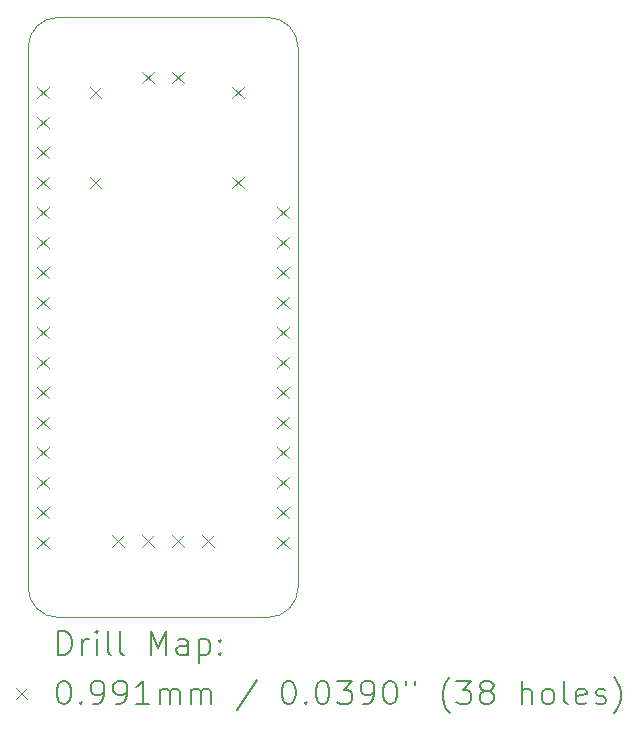
<source format=gbr>
%TF.GenerationSoftware,KiCad,Pcbnew,7.0.9*%
%TF.CreationDate,2023-12-25T10:03:38-05:00*%
%TF.ProjectId,pcb_ac_interface,7063625f-6163-45f6-996e-746572666163,rev?*%
%TF.SameCoordinates,Original*%
%TF.FileFunction,Drillmap*%
%TF.FilePolarity,Positive*%
%FSLAX45Y45*%
G04 Gerber Fmt 4.5, Leading zero omitted, Abs format (unit mm)*
G04 Created by KiCad (PCBNEW 7.0.9) date 2023-12-25 10:03:38*
%MOMM*%
%LPD*%
G01*
G04 APERTURE LIST*
%ADD10C,0.100000*%
%ADD11C,0.200000*%
G04 APERTURE END LIST*
D10*
X14859000Y-11430000D02*
X13081000Y-11430000D01*
X15113000Y-6604000D02*
X15113000Y-11176000D01*
X13081000Y-6350000D02*
X14859000Y-6350000D01*
X12827000Y-11176000D02*
X12827000Y-6604000D01*
X13081000Y-6350000D02*
G75*
G03*
X12827000Y-6604000I0J-254000D01*
G01*
X12827000Y-11176000D02*
G75*
G03*
X13081000Y-11430000I254000J0D01*
G01*
X14859000Y-11430000D02*
G75*
G03*
X15113000Y-11176000I0J254000D01*
G01*
X15113000Y-6604000D02*
G75*
G03*
X14859000Y-6350000I-254000J0D01*
G01*
D11*
D10*
X12904470Y-6935470D02*
X13003530Y-7034530D01*
X13003530Y-6935470D02*
X12904470Y-7034530D01*
X12904470Y-7189470D02*
X13003530Y-7288530D01*
X13003530Y-7189470D02*
X12904470Y-7288530D01*
X12904470Y-7443470D02*
X13003530Y-7542530D01*
X13003530Y-7443470D02*
X12904470Y-7542530D01*
X12904470Y-7697470D02*
X13003530Y-7796530D01*
X13003530Y-7697470D02*
X12904470Y-7796530D01*
X12904470Y-7951470D02*
X13003530Y-8050530D01*
X13003530Y-7951470D02*
X12904470Y-8050530D01*
X12904470Y-8205470D02*
X13003530Y-8304530D01*
X13003530Y-8205470D02*
X12904470Y-8304530D01*
X12904470Y-8459470D02*
X13003530Y-8558530D01*
X13003530Y-8459470D02*
X12904470Y-8558530D01*
X12904470Y-8713470D02*
X13003530Y-8812530D01*
X13003530Y-8713470D02*
X12904470Y-8812530D01*
X12904470Y-8967470D02*
X13003530Y-9066530D01*
X13003530Y-8967470D02*
X12904470Y-9066530D01*
X12904470Y-9221470D02*
X13003530Y-9320530D01*
X13003530Y-9221470D02*
X12904470Y-9320530D01*
X12904470Y-9475470D02*
X13003530Y-9574530D01*
X13003530Y-9475470D02*
X12904470Y-9574530D01*
X12904470Y-9729470D02*
X13003530Y-9828530D01*
X13003530Y-9729470D02*
X12904470Y-9828530D01*
X12904470Y-9983470D02*
X13003530Y-10082530D01*
X13003530Y-9983470D02*
X12904470Y-10082530D01*
X12904470Y-10237470D02*
X13003530Y-10336530D01*
X13003530Y-10237470D02*
X12904470Y-10336530D01*
X12904470Y-10491470D02*
X13003530Y-10590530D01*
X13003530Y-10491470D02*
X12904470Y-10590530D01*
X12904470Y-10745470D02*
X13003530Y-10844530D01*
X13003530Y-10745470D02*
X12904470Y-10844530D01*
X13348970Y-6935470D02*
X13448030Y-7034530D01*
X13448030Y-6935470D02*
X13348970Y-7034530D01*
X13348970Y-7697470D02*
X13448030Y-7796530D01*
X13448030Y-7697470D02*
X13348970Y-7796530D01*
X13539470Y-10732470D02*
X13638530Y-10831530D01*
X13638530Y-10732470D02*
X13539470Y-10831530D01*
X13792970Y-6808470D02*
X13892030Y-6907530D01*
X13892030Y-6808470D02*
X13792970Y-6907530D01*
X13793470Y-10732470D02*
X13892530Y-10831530D01*
X13892530Y-10732470D02*
X13793470Y-10831530D01*
X14046970Y-6808470D02*
X14146030Y-6907530D01*
X14146030Y-6808470D02*
X14046970Y-6907530D01*
X14047470Y-10732470D02*
X14146530Y-10831530D01*
X14146530Y-10732470D02*
X14047470Y-10831530D01*
X14301470Y-10732470D02*
X14400530Y-10831530D01*
X14400530Y-10732470D02*
X14301470Y-10831530D01*
X14555470Y-6935470D02*
X14654530Y-7034530D01*
X14654530Y-6935470D02*
X14555470Y-7034530D01*
X14555470Y-7697470D02*
X14654530Y-7796530D01*
X14654530Y-7697470D02*
X14555470Y-7796530D01*
X14936470Y-7951470D02*
X15035530Y-8050530D01*
X15035530Y-7951470D02*
X14936470Y-8050530D01*
X14936470Y-8205470D02*
X15035530Y-8304530D01*
X15035530Y-8205470D02*
X14936470Y-8304530D01*
X14936470Y-8459470D02*
X15035530Y-8558530D01*
X15035530Y-8459470D02*
X14936470Y-8558530D01*
X14936470Y-8713470D02*
X15035530Y-8812530D01*
X15035530Y-8713470D02*
X14936470Y-8812530D01*
X14936470Y-8967470D02*
X15035530Y-9066530D01*
X15035530Y-8967470D02*
X14936470Y-9066530D01*
X14936470Y-9221470D02*
X15035530Y-9320530D01*
X15035530Y-9221470D02*
X14936470Y-9320530D01*
X14936470Y-9475470D02*
X15035530Y-9574530D01*
X15035530Y-9475470D02*
X14936470Y-9574530D01*
X14936470Y-9729470D02*
X15035530Y-9828530D01*
X15035530Y-9729470D02*
X14936470Y-9828530D01*
X14936470Y-9983470D02*
X15035530Y-10082530D01*
X15035530Y-9983470D02*
X14936470Y-10082530D01*
X14936470Y-10237470D02*
X15035530Y-10336530D01*
X15035530Y-10237470D02*
X14936470Y-10336530D01*
X14936470Y-10491470D02*
X15035530Y-10590530D01*
X15035530Y-10491470D02*
X14936470Y-10590530D01*
X14936470Y-10745470D02*
X15035530Y-10844530D01*
X15035530Y-10745470D02*
X14936470Y-10844530D01*
D11*
X13082777Y-11746484D02*
X13082777Y-11546484D01*
X13082777Y-11546484D02*
X13130396Y-11546484D01*
X13130396Y-11546484D02*
X13158967Y-11556008D01*
X13158967Y-11556008D02*
X13178015Y-11575055D01*
X13178015Y-11575055D02*
X13187539Y-11594103D01*
X13187539Y-11594103D02*
X13197062Y-11632198D01*
X13197062Y-11632198D02*
X13197062Y-11660769D01*
X13197062Y-11660769D02*
X13187539Y-11698865D01*
X13187539Y-11698865D02*
X13178015Y-11717912D01*
X13178015Y-11717912D02*
X13158967Y-11736960D01*
X13158967Y-11736960D02*
X13130396Y-11746484D01*
X13130396Y-11746484D02*
X13082777Y-11746484D01*
X13282777Y-11746484D02*
X13282777Y-11613150D01*
X13282777Y-11651246D02*
X13292301Y-11632198D01*
X13292301Y-11632198D02*
X13301824Y-11622674D01*
X13301824Y-11622674D02*
X13320872Y-11613150D01*
X13320872Y-11613150D02*
X13339920Y-11613150D01*
X13406586Y-11746484D02*
X13406586Y-11613150D01*
X13406586Y-11546484D02*
X13397062Y-11556008D01*
X13397062Y-11556008D02*
X13406586Y-11565531D01*
X13406586Y-11565531D02*
X13416110Y-11556008D01*
X13416110Y-11556008D02*
X13406586Y-11546484D01*
X13406586Y-11546484D02*
X13406586Y-11565531D01*
X13530396Y-11746484D02*
X13511348Y-11736960D01*
X13511348Y-11736960D02*
X13501824Y-11717912D01*
X13501824Y-11717912D02*
X13501824Y-11546484D01*
X13635158Y-11746484D02*
X13616110Y-11736960D01*
X13616110Y-11736960D02*
X13606586Y-11717912D01*
X13606586Y-11717912D02*
X13606586Y-11546484D01*
X13863729Y-11746484D02*
X13863729Y-11546484D01*
X13863729Y-11546484D02*
X13930396Y-11689341D01*
X13930396Y-11689341D02*
X13997062Y-11546484D01*
X13997062Y-11546484D02*
X13997062Y-11746484D01*
X14178015Y-11746484D02*
X14178015Y-11641722D01*
X14178015Y-11641722D02*
X14168491Y-11622674D01*
X14168491Y-11622674D02*
X14149443Y-11613150D01*
X14149443Y-11613150D02*
X14111348Y-11613150D01*
X14111348Y-11613150D02*
X14092301Y-11622674D01*
X14178015Y-11736960D02*
X14158967Y-11746484D01*
X14158967Y-11746484D02*
X14111348Y-11746484D01*
X14111348Y-11746484D02*
X14092301Y-11736960D01*
X14092301Y-11736960D02*
X14082777Y-11717912D01*
X14082777Y-11717912D02*
X14082777Y-11698865D01*
X14082777Y-11698865D02*
X14092301Y-11679817D01*
X14092301Y-11679817D02*
X14111348Y-11670293D01*
X14111348Y-11670293D02*
X14158967Y-11670293D01*
X14158967Y-11670293D02*
X14178015Y-11660769D01*
X14273253Y-11613150D02*
X14273253Y-11813150D01*
X14273253Y-11622674D02*
X14292301Y-11613150D01*
X14292301Y-11613150D02*
X14330396Y-11613150D01*
X14330396Y-11613150D02*
X14349443Y-11622674D01*
X14349443Y-11622674D02*
X14358967Y-11632198D01*
X14358967Y-11632198D02*
X14368491Y-11651246D01*
X14368491Y-11651246D02*
X14368491Y-11708388D01*
X14368491Y-11708388D02*
X14358967Y-11727436D01*
X14358967Y-11727436D02*
X14349443Y-11736960D01*
X14349443Y-11736960D02*
X14330396Y-11746484D01*
X14330396Y-11746484D02*
X14292301Y-11746484D01*
X14292301Y-11746484D02*
X14273253Y-11736960D01*
X14454205Y-11727436D02*
X14463729Y-11736960D01*
X14463729Y-11736960D02*
X14454205Y-11746484D01*
X14454205Y-11746484D02*
X14444682Y-11736960D01*
X14444682Y-11736960D02*
X14454205Y-11727436D01*
X14454205Y-11727436D02*
X14454205Y-11746484D01*
X14454205Y-11622674D02*
X14463729Y-11632198D01*
X14463729Y-11632198D02*
X14454205Y-11641722D01*
X14454205Y-11641722D02*
X14444682Y-11632198D01*
X14444682Y-11632198D02*
X14454205Y-11622674D01*
X14454205Y-11622674D02*
X14454205Y-11641722D01*
D10*
X12722940Y-12025470D02*
X12822000Y-12124530D01*
X12822000Y-12025470D02*
X12722940Y-12124530D01*
D11*
X13120872Y-11966484D02*
X13139920Y-11966484D01*
X13139920Y-11966484D02*
X13158967Y-11976008D01*
X13158967Y-11976008D02*
X13168491Y-11985531D01*
X13168491Y-11985531D02*
X13178015Y-12004579D01*
X13178015Y-12004579D02*
X13187539Y-12042674D01*
X13187539Y-12042674D02*
X13187539Y-12090293D01*
X13187539Y-12090293D02*
X13178015Y-12128388D01*
X13178015Y-12128388D02*
X13168491Y-12147436D01*
X13168491Y-12147436D02*
X13158967Y-12156960D01*
X13158967Y-12156960D02*
X13139920Y-12166484D01*
X13139920Y-12166484D02*
X13120872Y-12166484D01*
X13120872Y-12166484D02*
X13101824Y-12156960D01*
X13101824Y-12156960D02*
X13092301Y-12147436D01*
X13092301Y-12147436D02*
X13082777Y-12128388D01*
X13082777Y-12128388D02*
X13073253Y-12090293D01*
X13073253Y-12090293D02*
X13073253Y-12042674D01*
X13073253Y-12042674D02*
X13082777Y-12004579D01*
X13082777Y-12004579D02*
X13092301Y-11985531D01*
X13092301Y-11985531D02*
X13101824Y-11976008D01*
X13101824Y-11976008D02*
X13120872Y-11966484D01*
X13273253Y-12147436D02*
X13282777Y-12156960D01*
X13282777Y-12156960D02*
X13273253Y-12166484D01*
X13273253Y-12166484D02*
X13263729Y-12156960D01*
X13263729Y-12156960D02*
X13273253Y-12147436D01*
X13273253Y-12147436D02*
X13273253Y-12166484D01*
X13378015Y-12166484D02*
X13416110Y-12166484D01*
X13416110Y-12166484D02*
X13435158Y-12156960D01*
X13435158Y-12156960D02*
X13444682Y-12147436D01*
X13444682Y-12147436D02*
X13463729Y-12118865D01*
X13463729Y-12118865D02*
X13473253Y-12080769D01*
X13473253Y-12080769D02*
X13473253Y-12004579D01*
X13473253Y-12004579D02*
X13463729Y-11985531D01*
X13463729Y-11985531D02*
X13454205Y-11976008D01*
X13454205Y-11976008D02*
X13435158Y-11966484D01*
X13435158Y-11966484D02*
X13397062Y-11966484D01*
X13397062Y-11966484D02*
X13378015Y-11976008D01*
X13378015Y-11976008D02*
X13368491Y-11985531D01*
X13368491Y-11985531D02*
X13358967Y-12004579D01*
X13358967Y-12004579D02*
X13358967Y-12052198D01*
X13358967Y-12052198D02*
X13368491Y-12071246D01*
X13368491Y-12071246D02*
X13378015Y-12080769D01*
X13378015Y-12080769D02*
X13397062Y-12090293D01*
X13397062Y-12090293D02*
X13435158Y-12090293D01*
X13435158Y-12090293D02*
X13454205Y-12080769D01*
X13454205Y-12080769D02*
X13463729Y-12071246D01*
X13463729Y-12071246D02*
X13473253Y-12052198D01*
X13568491Y-12166484D02*
X13606586Y-12166484D01*
X13606586Y-12166484D02*
X13625634Y-12156960D01*
X13625634Y-12156960D02*
X13635158Y-12147436D01*
X13635158Y-12147436D02*
X13654205Y-12118865D01*
X13654205Y-12118865D02*
X13663729Y-12080769D01*
X13663729Y-12080769D02*
X13663729Y-12004579D01*
X13663729Y-12004579D02*
X13654205Y-11985531D01*
X13654205Y-11985531D02*
X13644682Y-11976008D01*
X13644682Y-11976008D02*
X13625634Y-11966484D01*
X13625634Y-11966484D02*
X13587539Y-11966484D01*
X13587539Y-11966484D02*
X13568491Y-11976008D01*
X13568491Y-11976008D02*
X13558967Y-11985531D01*
X13558967Y-11985531D02*
X13549443Y-12004579D01*
X13549443Y-12004579D02*
X13549443Y-12052198D01*
X13549443Y-12052198D02*
X13558967Y-12071246D01*
X13558967Y-12071246D02*
X13568491Y-12080769D01*
X13568491Y-12080769D02*
X13587539Y-12090293D01*
X13587539Y-12090293D02*
X13625634Y-12090293D01*
X13625634Y-12090293D02*
X13644682Y-12080769D01*
X13644682Y-12080769D02*
X13654205Y-12071246D01*
X13654205Y-12071246D02*
X13663729Y-12052198D01*
X13854205Y-12166484D02*
X13739920Y-12166484D01*
X13797062Y-12166484D02*
X13797062Y-11966484D01*
X13797062Y-11966484D02*
X13778015Y-11995055D01*
X13778015Y-11995055D02*
X13758967Y-12014103D01*
X13758967Y-12014103D02*
X13739920Y-12023627D01*
X13939920Y-12166484D02*
X13939920Y-12033150D01*
X13939920Y-12052198D02*
X13949443Y-12042674D01*
X13949443Y-12042674D02*
X13968491Y-12033150D01*
X13968491Y-12033150D02*
X13997063Y-12033150D01*
X13997063Y-12033150D02*
X14016110Y-12042674D01*
X14016110Y-12042674D02*
X14025634Y-12061722D01*
X14025634Y-12061722D02*
X14025634Y-12166484D01*
X14025634Y-12061722D02*
X14035158Y-12042674D01*
X14035158Y-12042674D02*
X14054205Y-12033150D01*
X14054205Y-12033150D02*
X14082777Y-12033150D01*
X14082777Y-12033150D02*
X14101824Y-12042674D01*
X14101824Y-12042674D02*
X14111348Y-12061722D01*
X14111348Y-12061722D02*
X14111348Y-12166484D01*
X14206586Y-12166484D02*
X14206586Y-12033150D01*
X14206586Y-12052198D02*
X14216110Y-12042674D01*
X14216110Y-12042674D02*
X14235158Y-12033150D01*
X14235158Y-12033150D02*
X14263729Y-12033150D01*
X14263729Y-12033150D02*
X14282777Y-12042674D01*
X14282777Y-12042674D02*
X14292301Y-12061722D01*
X14292301Y-12061722D02*
X14292301Y-12166484D01*
X14292301Y-12061722D02*
X14301824Y-12042674D01*
X14301824Y-12042674D02*
X14320872Y-12033150D01*
X14320872Y-12033150D02*
X14349443Y-12033150D01*
X14349443Y-12033150D02*
X14368491Y-12042674D01*
X14368491Y-12042674D02*
X14378015Y-12061722D01*
X14378015Y-12061722D02*
X14378015Y-12166484D01*
X14768491Y-11956960D02*
X14597063Y-12214103D01*
X15025634Y-11966484D02*
X15044682Y-11966484D01*
X15044682Y-11966484D02*
X15063729Y-11976008D01*
X15063729Y-11976008D02*
X15073253Y-11985531D01*
X15073253Y-11985531D02*
X15082777Y-12004579D01*
X15082777Y-12004579D02*
X15092301Y-12042674D01*
X15092301Y-12042674D02*
X15092301Y-12090293D01*
X15092301Y-12090293D02*
X15082777Y-12128388D01*
X15082777Y-12128388D02*
X15073253Y-12147436D01*
X15073253Y-12147436D02*
X15063729Y-12156960D01*
X15063729Y-12156960D02*
X15044682Y-12166484D01*
X15044682Y-12166484D02*
X15025634Y-12166484D01*
X15025634Y-12166484D02*
X15006586Y-12156960D01*
X15006586Y-12156960D02*
X14997063Y-12147436D01*
X14997063Y-12147436D02*
X14987539Y-12128388D01*
X14987539Y-12128388D02*
X14978015Y-12090293D01*
X14978015Y-12090293D02*
X14978015Y-12042674D01*
X14978015Y-12042674D02*
X14987539Y-12004579D01*
X14987539Y-12004579D02*
X14997063Y-11985531D01*
X14997063Y-11985531D02*
X15006586Y-11976008D01*
X15006586Y-11976008D02*
X15025634Y-11966484D01*
X15178015Y-12147436D02*
X15187539Y-12156960D01*
X15187539Y-12156960D02*
X15178015Y-12166484D01*
X15178015Y-12166484D02*
X15168491Y-12156960D01*
X15168491Y-12156960D02*
X15178015Y-12147436D01*
X15178015Y-12147436D02*
X15178015Y-12166484D01*
X15311348Y-11966484D02*
X15330396Y-11966484D01*
X15330396Y-11966484D02*
X15349444Y-11976008D01*
X15349444Y-11976008D02*
X15358967Y-11985531D01*
X15358967Y-11985531D02*
X15368491Y-12004579D01*
X15368491Y-12004579D02*
X15378015Y-12042674D01*
X15378015Y-12042674D02*
X15378015Y-12090293D01*
X15378015Y-12090293D02*
X15368491Y-12128388D01*
X15368491Y-12128388D02*
X15358967Y-12147436D01*
X15358967Y-12147436D02*
X15349444Y-12156960D01*
X15349444Y-12156960D02*
X15330396Y-12166484D01*
X15330396Y-12166484D02*
X15311348Y-12166484D01*
X15311348Y-12166484D02*
X15292301Y-12156960D01*
X15292301Y-12156960D02*
X15282777Y-12147436D01*
X15282777Y-12147436D02*
X15273253Y-12128388D01*
X15273253Y-12128388D02*
X15263729Y-12090293D01*
X15263729Y-12090293D02*
X15263729Y-12042674D01*
X15263729Y-12042674D02*
X15273253Y-12004579D01*
X15273253Y-12004579D02*
X15282777Y-11985531D01*
X15282777Y-11985531D02*
X15292301Y-11976008D01*
X15292301Y-11976008D02*
X15311348Y-11966484D01*
X15444682Y-11966484D02*
X15568491Y-11966484D01*
X15568491Y-11966484D02*
X15501825Y-12042674D01*
X15501825Y-12042674D02*
X15530396Y-12042674D01*
X15530396Y-12042674D02*
X15549444Y-12052198D01*
X15549444Y-12052198D02*
X15558967Y-12061722D01*
X15558967Y-12061722D02*
X15568491Y-12080769D01*
X15568491Y-12080769D02*
X15568491Y-12128388D01*
X15568491Y-12128388D02*
X15558967Y-12147436D01*
X15558967Y-12147436D02*
X15549444Y-12156960D01*
X15549444Y-12156960D02*
X15530396Y-12166484D01*
X15530396Y-12166484D02*
X15473253Y-12166484D01*
X15473253Y-12166484D02*
X15454206Y-12156960D01*
X15454206Y-12156960D02*
X15444682Y-12147436D01*
X15663729Y-12166484D02*
X15701825Y-12166484D01*
X15701825Y-12166484D02*
X15720872Y-12156960D01*
X15720872Y-12156960D02*
X15730396Y-12147436D01*
X15730396Y-12147436D02*
X15749444Y-12118865D01*
X15749444Y-12118865D02*
X15758967Y-12080769D01*
X15758967Y-12080769D02*
X15758967Y-12004579D01*
X15758967Y-12004579D02*
X15749444Y-11985531D01*
X15749444Y-11985531D02*
X15739920Y-11976008D01*
X15739920Y-11976008D02*
X15720872Y-11966484D01*
X15720872Y-11966484D02*
X15682777Y-11966484D01*
X15682777Y-11966484D02*
X15663729Y-11976008D01*
X15663729Y-11976008D02*
X15654206Y-11985531D01*
X15654206Y-11985531D02*
X15644682Y-12004579D01*
X15644682Y-12004579D02*
X15644682Y-12052198D01*
X15644682Y-12052198D02*
X15654206Y-12071246D01*
X15654206Y-12071246D02*
X15663729Y-12080769D01*
X15663729Y-12080769D02*
X15682777Y-12090293D01*
X15682777Y-12090293D02*
X15720872Y-12090293D01*
X15720872Y-12090293D02*
X15739920Y-12080769D01*
X15739920Y-12080769D02*
X15749444Y-12071246D01*
X15749444Y-12071246D02*
X15758967Y-12052198D01*
X15882777Y-11966484D02*
X15901825Y-11966484D01*
X15901825Y-11966484D02*
X15920872Y-11976008D01*
X15920872Y-11976008D02*
X15930396Y-11985531D01*
X15930396Y-11985531D02*
X15939920Y-12004579D01*
X15939920Y-12004579D02*
X15949444Y-12042674D01*
X15949444Y-12042674D02*
X15949444Y-12090293D01*
X15949444Y-12090293D02*
X15939920Y-12128388D01*
X15939920Y-12128388D02*
X15930396Y-12147436D01*
X15930396Y-12147436D02*
X15920872Y-12156960D01*
X15920872Y-12156960D02*
X15901825Y-12166484D01*
X15901825Y-12166484D02*
X15882777Y-12166484D01*
X15882777Y-12166484D02*
X15863729Y-12156960D01*
X15863729Y-12156960D02*
X15854206Y-12147436D01*
X15854206Y-12147436D02*
X15844682Y-12128388D01*
X15844682Y-12128388D02*
X15835158Y-12090293D01*
X15835158Y-12090293D02*
X15835158Y-12042674D01*
X15835158Y-12042674D02*
X15844682Y-12004579D01*
X15844682Y-12004579D02*
X15854206Y-11985531D01*
X15854206Y-11985531D02*
X15863729Y-11976008D01*
X15863729Y-11976008D02*
X15882777Y-11966484D01*
X16025634Y-11966484D02*
X16025634Y-12004579D01*
X16101825Y-11966484D02*
X16101825Y-12004579D01*
X16397063Y-12242674D02*
X16387539Y-12233150D01*
X16387539Y-12233150D02*
X16368491Y-12204579D01*
X16368491Y-12204579D02*
X16358968Y-12185531D01*
X16358968Y-12185531D02*
X16349444Y-12156960D01*
X16349444Y-12156960D02*
X16339920Y-12109341D01*
X16339920Y-12109341D02*
X16339920Y-12071246D01*
X16339920Y-12071246D02*
X16349444Y-12023627D01*
X16349444Y-12023627D02*
X16358968Y-11995055D01*
X16358968Y-11995055D02*
X16368491Y-11976008D01*
X16368491Y-11976008D02*
X16387539Y-11947436D01*
X16387539Y-11947436D02*
X16397063Y-11937912D01*
X16454206Y-11966484D02*
X16578015Y-11966484D01*
X16578015Y-11966484D02*
X16511348Y-12042674D01*
X16511348Y-12042674D02*
X16539920Y-12042674D01*
X16539920Y-12042674D02*
X16558968Y-12052198D01*
X16558968Y-12052198D02*
X16568491Y-12061722D01*
X16568491Y-12061722D02*
X16578015Y-12080769D01*
X16578015Y-12080769D02*
X16578015Y-12128388D01*
X16578015Y-12128388D02*
X16568491Y-12147436D01*
X16568491Y-12147436D02*
X16558968Y-12156960D01*
X16558968Y-12156960D02*
X16539920Y-12166484D01*
X16539920Y-12166484D02*
X16482777Y-12166484D01*
X16482777Y-12166484D02*
X16463729Y-12156960D01*
X16463729Y-12156960D02*
X16454206Y-12147436D01*
X16692301Y-12052198D02*
X16673253Y-12042674D01*
X16673253Y-12042674D02*
X16663729Y-12033150D01*
X16663729Y-12033150D02*
X16654206Y-12014103D01*
X16654206Y-12014103D02*
X16654206Y-12004579D01*
X16654206Y-12004579D02*
X16663729Y-11985531D01*
X16663729Y-11985531D02*
X16673253Y-11976008D01*
X16673253Y-11976008D02*
X16692301Y-11966484D01*
X16692301Y-11966484D02*
X16730396Y-11966484D01*
X16730396Y-11966484D02*
X16749444Y-11976008D01*
X16749444Y-11976008D02*
X16758968Y-11985531D01*
X16758968Y-11985531D02*
X16768491Y-12004579D01*
X16768491Y-12004579D02*
X16768491Y-12014103D01*
X16768491Y-12014103D02*
X16758968Y-12033150D01*
X16758968Y-12033150D02*
X16749444Y-12042674D01*
X16749444Y-12042674D02*
X16730396Y-12052198D01*
X16730396Y-12052198D02*
X16692301Y-12052198D01*
X16692301Y-12052198D02*
X16673253Y-12061722D01*
X16673253Y-12061722D02*
X16663729Y-12071246D01*
X16663729Y-12071246D02*
X16654206Y-12090293D01*
X16654206Y-12090293D02*
X16654206Y-12128388D01*
X16654206Y-12128388D02*
X16663729Y-12147436D01*
X16663729Y-12147436D02*
X16673253Y-12156960D01*
X16673253Y-12156960D02*
X16692301Y-12166484D01*
X16692301Y-12166484D02*
X16730396Y-12166484D01*
X16730396Y-12166484D02*
X16749444Y-12156960D01*
X16749444Y-12156960D02*
X16758968Y-12147436D01*
X16758968Y-12147436D02*
X16768491Y-12128388D01*
X16768491Y-12128388D02*
X16768491Y-12090293D01*
X16768491Y-12090293D02*
X16758968Y-12071246D01*
X16758968Y-12071246D02*
X16749444Y-12061722D01*
X16749444Y-12061722D02*
X16730396Y-12052198D01*
X17006587Y-12166484D02*
X17006587Y-11966484D01*
X17092301Y-12166484D02*
X17092301Y-12061722D01*
X17092301Y-12061722D02*
X17082777Y-12042674D01*
X17082777Y-12042674D02*
X17063730Y-12033150D01*
X17063730Y-12033150D02*
X17035158Y-12033150D01*
X17035158Y-12033150D02*
X17016111Y-12042674D01*
X17016111Y-12042674D02*
X17006587Y-12052198D01*
X17216111Y-12166484D02*
X17197063Y-12156960D01*
X17197063Y-12156960D02*
X17187539Y-12147436D01*
X17187539Y-12147436D02*
X17178015Y-12128388D01*
X17178015Y-12128388D02*
X17178015Y-12071246D01*
X17178015Y-12071246D02*
X17187539Y-12052198D01*
X17187539Y-12052198D02*
X17197063Y-12042674D01*
X17197063Y-12042674D02*
X17216111Y-12033150D01*
X17216111Y-12033150D02*
X17244682Y-12033150D01*
X17244682Y-12033150D02*
X17263730Y-12042674D01*
X17263730Y-12042674D02*
X17273253Y-12052198D01*
X17273253Y-12052198D02*
X17282777Y-12071246D01*
X17282777Y-12071246D02*
X17282777Y-12128388D01*
X17282777Y-12128388D02*
X17273253Y-12147436D01*
X17273253Y-12147436D02*
X17263730Y-12156960D01*
X17263730Y-12156960D02*
X17244682Y-12166484D01*
X17244682Y-12166484D02*
X17216111Y-12166484D01*
X17397063Y-12166484D02*
X17378015Y-12156960D01*
X17378015Y-12156960D02*
X17368492Y-12137912D01*
X17368492Y-12137912D02*
X17368492Y-11966484D01*
X17549444Y-12156960D02*
X17530396Y-12166484D01*
X17530396Y-12166484D02*
X17492301Y-12166484D01*
X17492301Y-12166484D02*
X17473253Y-12156960D01*
X17473253Y-12156960D02*
X17463730Y-12137912D01*
X17463730Y-12137912D02*
X17463730Y-12061722D01*
X17463730Y-12061722D02*
X17473253Y-12042674D01*
X17473253Y-12042674D02*
X17492301Y-12033150D01*
X17492301Y-12033150D02*
X17530396Y-12033150D01*
X17530396Y-12033150D02*
X17549444Y-12042674D01*
X17549444Y-12042674D02*
X17558968Y-12061722D01*
X17558968Y-12061722D02*
X17558968Y-12080769D01*
X17558968Y-12080769D02*
X17463730Y-12099817D01*
X17635158Y-12156960D02*
X17654206Y-12166484D01*
X17654206Y-12166484D02*
X17692301Y-12166484D01*
X17692301Y-12166484D02*
X17711349Y-12156960D01*
X17711349Y-12156960D02*
X17720873Y-12137912D01*
X17720873Y-12137912D02*
X17720873Y-12128388D01*
X17720873Y-12128388D02*
X17711349Y-12109341D01*
X17711349Y-12109341D02*
X17692301Y-12099817D01*
X17692301Y-12099817D02*
X17663730Y-12099817D01*
X17663730Y-12099817D02*
X17644682Y-12090293D01*
X17644682Y-12090293D02*
X17635158Y-12071246D01*
X17635158Y-12071246D02*
X17635158Y-12061722D01*
X17635158Y-12061722D02*
X17644682Y-12042674D01*
X17644682Y-12042674D02*
X17663730Y-12033150D01*
X17663730Y-12033150D02*
X17692301Y-12033150D01*
X17692301Y-12033150D02*
X17711349Y-12042674D01*
X17787539Y-12242674D02*
X17797063Y-12233150D01*
X17797063Y-12233150D02*
X17816111Y-12204579D01*
X17816111Y-12204579D02*
X17825634Y-12185531D01*
X17825634Y-12185531D02*
X17835158Y-12156960D01*
X17835158Y-12156960D02*
X17844682Y-12109341D01*
X17844682Y-12109341D02*
X17844682Y-12071246D01*
X17844682Y-12071246D02*
X17835158Y-12023627D01*
X17835158Y-12023627D02*
X17825634Y-11995055D01*
X17825634Y-11995055D02*
X17816111Y-11976008D01*
X17816111Y-11976008D02*
X17797063Y-11947436D01*
X17797063Y-11947436D02*
X17787539Y-11937912D01*
M02*

</source>
